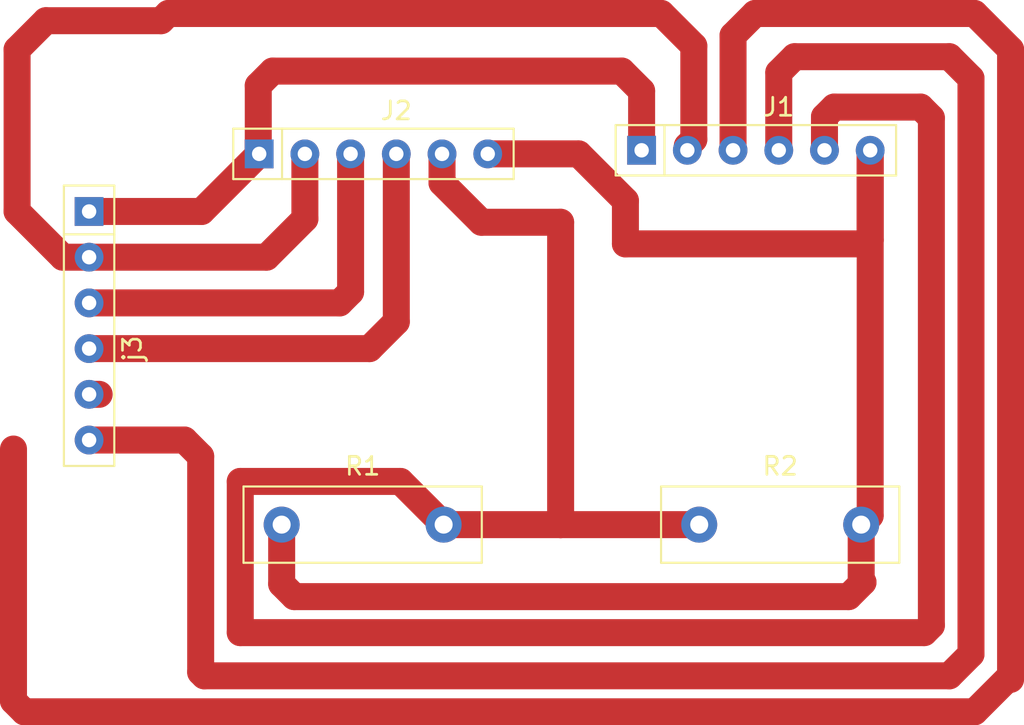
<source format=kicad_pcb>
(kicad_pcb (version 20211014) (generator pcbnew)
  (layers (0 "F.Cu" signal) (31 "B.Cu" signal) (34 "B.Paste" user) (35 "F.Paste" user) (36 "B.SilkS" user "B.Silkscreen") (37 "F.SilkS" user "F.Silkscreen") (38 "B.Mask" user) (39 "F.Mask" user) (44 "Edge.Cuts" user))
  (net 0 "")
  (net 1 "Net-(J1-Pad1)")
  (net 2 "Net-(J1-Pad2)")
  (net 3 "Net-(J1-Pad3)")
  (net 4 "Net-(J1-Pad4)")
  (net 5 "Net-(J1-Pad5)")
  (net 6 "Net-(J1-Pad6)")
  (net 7 "Net-(J2-Pad3)")
  (net 8 "Net-(J2-Pad4)")
  (footprint "Resistor_THT:R_Array_SIP6" (layer "F.Cu") (at 112.8 73.2 -90)
    (fp_text reference "j3" (at 7.62 -2.4 90) (layer "F.SilkS"))
    (fp_text value "a PC")
    (fp_line (start 14.14 1.4) (end 14.14 -1.4) (layer "F.SilkS") (width 0.12))
    (fp_line (start -1.44 1.4) (end 14.14 1.4) (layer "F.SilkS") (width 0.12))
    (fp_line (start 1.27 -1.4) (end 1.27 1.4) (layer "F.SilkS") (width 0.12))
    (fp_line (start -1.44 -1.4) (end -1.44 1.4) (layer "F.SilkS") (width 0.12))
    (fp_line (start 14.14 -1.4) (end -1.44 -1.4) (layer "F.SilkS") (width 0.12))
    (pad "1" thru_hole rect (at 0 0 270) (size 1.6 1.6) (drill 0.8) (layers *.Cu *.Mask) (net 1 "Net-(J1-Pad1)"))
    (pad "2" thru_hole oval (at 2.54 0 270) (size 1.6 1.6) (drill 0.8) (layers *.Cu *.Mask) (net 2 "Net-(J1-Pad2)"))
    (pad "3" thru_hole oval (at 5.08 0 270) (size 1.6 1.6) (drill 0.8) (layers *.Cu *.Mask) (net 7 "Net-(J2-Pad3)"))
    (pad "4" thru_hole oval (at 7.62 0 270) (size 1.6 1.6) (drill 0.8) (layers *.Cu *.Mask) (net 8 "Net-(J2-Pad4)"))
    (pad "5" thru_hole oval (at 10.16 0 270) (size 1.6 1.6) (drill 0.8) (layers *.Cu *.Mask) (net 3 "Net-(J1-Pad3)"))
    (pad "6" thru_hole oval (at 12.7 0 270) (size 1.6 1.6) (drill 0.8) (layers *.Cu *.Mask) (net 4 "Net-(J1-Pad4)"))
  )
  (footprint "Resistor_THT:R_Box_L13.0mm_W4.0mm_P9.00mm" (layer "F.Cu") (at 123.5 90.6)
    (fp_text reference "R1" (at 4.5 -3.25) (layer "F.SilkS"))
    (fp_text value "120")
    (fp_line (start -2.12 -2.12) (end 11.12 -2.12) (layer "F.SilkS") (width 0.12))
    (fp_line (start -2.12 -2.12) (end -2.12 2.12) (layer "F.SilkS") (width 0.12))
    (fp_line (start 11.12 -2.12) (end 11.12 2.12) (layer "F.SilkS") (width 0.12))
    (fp_line (start -2.12 2.12) (end 11.12 2.12) (layer "F.SilkS") (width 0.12))
    (pad "1" thru_hole circle (at 0 0) (size 2 2) (drill 1) (layers *.Cu *.Mask) (net 6 "Net-(J1-Pad6)"))
    (pad "2" thru_hole circle (at 9 0) (size 2 2) (drill 1) (layers *.Cu *.Mask) (net 5 "Net-(J1-Pad5)"))
  )
  (footprint "Resistor_THT:R_Box_L13.0mm_W4.0mm_P9.00mm" (layer "F.Cu") (at 146.7 90.6)
    (fp_text reference "R2" (at 4.5 -3.25) (layer "F.SilkS"))
    (fp_text value "120")
    (fp_line (start -2.12 -2.12) (end -2.12 2.12) (layer "F.SilkS") (width 0.12))
    (fp_line (start 11.12 -2.12) (end 11.12 2.12) (layer "F.SilkS") (width 0.12))
    (fp_line (start -2.12 2.12) (end 11.12 2.12) (layer "F.SilkS") (width 0.12))
    (fp_line (start -2.12 -2.12) (end 11.12 -2.12) (layer "F.SilkS") (width 0.12))
    (pad "1" thru_hole circle (at 0 0) (size 2 2) (drill 1) (layers *.Cu *.Mask) (net 5 "Net-(J1-Pad5)"))
    (pad "2" thru_hole circle (at 9 0) (size 2 2) (drill 1) (layers *.Cu *.Mask) (net 6 "Net-(J1-Pad6)"))
  )
  (footprint "Resistor_THT:R_Array_SIP6" (layer "F.Cu") (at 122.25 70)
    (fp_text reference "J2" (at 7.62 -2.4) (layer "F.SilkS"))
    (fp_text value "Can2")
    (fp_line (start 14.14 -1.4) (end -1.44 -1.4) (layer "F.SilkS") (width 0.12))
    (fp_line (start 1.27 -1.4) (end 1.27 1.4) (layer "F.SilkS") (width 0.12))
    (fp_line (start -1.44 1.4) (end 14.14 1.4) (layer "F.SilkS") (width 0.12))
    (fp_line (start -1.44 -1.4) (end -1.44 1.4) (layer "F.SilkS") (width 0.12))
    (fp_line (start 14.14 1.4) (end 14.14 -1.4) (layer "F.SilkS") (width 0.12))
    (pad "1" thru_hole rect (at 0 0) (size 1.6 1.6) (drill 0.8) (layers *.Cu *.Mask) (net 1 "Net-(J1-Pad1)"))
    (pad "2" thru_hole oval (at 2.54 0) (size 1.6 1.6) (drill 0.8) (layers *.Cu *.Mask) (net 2 "Net-(J1-Pad2)"))
    (pad "3" thru_hole oval (at 5.08 0) (size 1.6 1.6) (drill 0.8) (layers *.Cu *.Mask) (net 7 "Net-(J2-Pad3)"))
    (pad "4" thru_hole oval (at 7.62 0) (size 1.6 1.6) (drill 0.8) (layers *.Cu *.Mask) (net 8 "Net-(J2-Pad4)"))
    (pad "5" thru_hole oval (at 10.16 0) (size 1.6 1.6) (drill 0.8) (layers *.Cu *.Mask) (net 5 "Net-(J1-Pad5)"))
    (pad "6" thru_hole oval (at 12.7 0) (size 1.6 1.6) (drill 0.8) (layers *.Cu *.Mask) (net 6 "Net-(J1-Pad6)"))
  )
  (footprint "Resistor_THT:R_Array_SIP6" (layer "F.Cu") (at 143.5 69.8)
    (fp_text reference "J1" (at 7.62 -2.4) (layer "F.SilkS"))
    (fp_text value "Can1")
    (fp_line (start -1.44 1.4) (end 14.14 1.4) (layer "F.SilkS") (width 0.12))
    (fp_line (start 1.27 -1.4) (end 1.27 1.4) (layer "F.SilkS") (width 0.12))
    (fp_line (start 14.14 -1.4) (end -1.44 -1.4) (layer "F.SilkS") (width 0.12))
    (fp_line (start 14.14 1.4) (end 14.14 -1.4) (layer "F.SilkS") (width 0.12))
    (fp_line (start -1.44 -1.4) (end -1.44 1.4) (layer "F.SilkS") (width 0.12))
    (pad "1" thru_hole rect (at 0 0) (size 1.6 1.6) (drill 0.8) (layers *.Cu *.Mask) (net 1 "Net-(J1-Pad1)"))
    (pad "2" thru_hole oval (at 2.54 0) (size 1.6 1.6) (drill 0.8) (layers *.Cu *.Mask) (net 2 "Net-(J1-Pad2)"))
    (pad "3" thru_hole oval (at 5.08 0) (size 1.6 1.6) (drill 0.8) (layers *.Cu *.Mask) (net 3 "Net-(J1-Pad3)"))
    (pad "4" thru_hole oval (at 7.62 0) (size 1.6 1.6) (drill 0.8) (layers *.Cu *.Mask) (net 4 "Net-(J1-Pad4)"))
    (pad "5" thru_hole oval (at 10.16 0) (size 1.6 1.6) (drill 0.8) (layers *.Cu *.Mask) (net 5 "Net-(J1-Pad5)"))
    (pad "6" thru_hole oval (at 12.7 0) (size 1.6 1.6) (drill 0.8) (layers *.Cu *.Mask) (net 6 "Net-(J1-Pad6)"))
  )
  (segment (start 142.4 65.4) (end 123 65.4) (width 1.5) (layer "F.Cu") (net 1))
  (segment (start 143.5 66.5) (end 142.4 65.4) (width 1.5) (layer "F.Cu") (net 1))
  (segment (start 123 65.4) (end 122.2 66.2) (width 1.5) (layer "F.Cu") (net 1))
  (segment (start 143.5 69.8) (end 143.5 66.5) (width 1.5) (layer "F.Cu") (net 1))
  (segment (start 112.8 73.2) (end 119.05 73.2) (width 1.5) (layer "F.Cu") (net 1))
  (segment (start 119.05 73.2) (end 122.25 70) (width 1.5) (layer "F.Cu") (net 1))
  (segment (start 122.2 66.2) (end 122.2 69.95) (width 1.5) (layer "F.Cu") (net 1))
  (segment (start 122.2 69.95) (end 122.25 70) (width 1.5) (layer "F.Cu") (net 1))
  (segment (start 124.79 73.61) (end 124.79 70) (width 1.5) (layer "F.Cu") (net 2))
  (segment (start 117.2 62.2) (end 144.6 62.2) (width 1.5) (layer "F.Cu") (net 2))
  (segment (start 146.4 69.2) (end 146.04 69.56) (width 1.5) (layer "F.Cu") (net 2))
  (segment (start 112.8 75.74) (end 111.34 75.74) (width 1.5) (layer "F.Cu") (net 2))
  (segment (start 122.66 75.74) (end 124.79 73.61) (width 1.5) (layer "F.Cu") (net 2))
  (segment (start 112.8 75.74) (end 122.66 75.74) (width 1.5) (layer "F.Cu") (net 2))
  (segment (start 144.6 62.2) (end 146.4 64) (width 1.5) (layer "F.Cu") (net 2))
  (segment (start 108.8 64.2) (end 110.4 62.6) (width 1.5) (layer "F.Cu") (net 2))
  (segment (start 116.8 62.6) (end 117.2 62.2) (width 1.5) (layer "F.Cu") (net 2))
  (segment (start 108.8 73.2) (end 108.8 64.2) (width 1.5) (layer "F.Cu") (net 2))
  (segment (start 111.34 75.74) (end 108.8 73.2) (width 1.5) (layer "F.Cu") (net 2))
  (segment (start 146.4 64) (end 146.4 69.2) (width 1.5) (layer "F.Cu") (net 2))
  (segment (start 146.04 69.56) (end 146.04 69.8) (width 1.5) (layer "F.Cu") (net 2))
  (segment (start 110.4 62.6) (end 116.8 62.6) (width 1.5) (layer "F.Cu") (net 2))
  (segment (start 149.8 62.2) (end 162 62.2) (width 1.5) (layer "F.Cu") (net 3))
  (segment (start 148.58 63.42) (end 149.8 62.2) (width 1.5) (layer "F.Cu") (net 3))
  (segment (start 113.36 83.36) (end 112.8 83.36) (width 1.5) (layer "F.Cu") (net 3))
  (segment (start 162 62.2) (end 164 64.2) (width 1.5) (layer "F.Cu") (net 3))
  (segment (start 164 64.2) (end 164 99.2) (width 1.5) (layer "F.Cu") (net 3))
  (segment (start 108.6 100.4) (end 108.6 86.4) (width 1.5) (layer "F.Cu") (net 3))
  (segment (start 164 99) (end 162 101) (width 1.5) (layer "F.Cu") (net 3))
  (segment (start 109.2 101) (end 108.6 100.4) (width 1.5) (layer "F.Cu") (net 3))
  (segment (start 162 101) (end 109.2 101) (width 1.5) (layer "F.Cu") (net 3))
  (segment (start 148.58 69.8) (end 148.58 63.42) (width 1.5) (layer "F.Cu") (net 3))
  (segment (start 118.1 85.9) (end 119 86.8) (width 1.5) (layer "F.Cu") (net 4))
  (segment (start 161.8 97.8) (end 160.6 99) (width 1.5) (layer "F.Cu") (net 4))
  (segment (start 160.6 99) (end 119.2 99) (width 1.5) (layer "F.Cu") (net 4))
  (segment (start 151.12 69.8) (end 151.12 65.48) (width 1.5) (layer "F.Cu") (net 4))
  (segment (start 119.2 99) (end 119 98.8) (width 1.5) (layer "F.Cu") (net 4))
  (segment (start 160.6 64.6) (end 161.8 65.8) (width 1.5) (layer "F.Cu") (net 4))
  (segment (start 152 64.6) (end 160.6 64.6) (width 1.5) (layer "F.Cu") (net 4))
  (segment (start 112.8 85.9) (end 118.1 85.9) (width 1.5) (layer "F.Cu") (net 4))
  (segment (start 161.8 65.8) (end 161.8 97.8) (width 1.5) (layer "F.Cu") (net 4))
  (segment (start 151.12 65.48) (end 152 64.6) (width 1.5) (layer "F.Cu") (net 4))
  (segment (start 119 98.8) (end 119 86.8) (width 1.5) (layer "F.Cu") (net 4))
  (segment (start 153.66 69.8) (end 153.66 67.94) (width 1.5) (layer "F.Cu") (net 5))
  (segment (start 154.2 67.4) (end 159 67.4) (width 1.5) (layer "F.Cu") (net 5))
  (segment (start 121.2 96.6) (end 121.2 88.2) (width 1.5) (layer "F.Cu") (net 5))
  (segment (start 121.2 88.2) (end 130.1 88.2) (width 1.5) (layer "F.Cu") (net 5))
  (segment (start 134.6 73.8) (end 139 73.8) (width 1.5) (layer "F.Cu") (net 5))
  (segment (start 130.1 88.2) (end 132.5 90.6) (width 1.5) (layer "F.Cu") (net 5))
  (segment (start 153.66 67.94) (end 154.2 67.4) (width 1.5) (layer "F.Cu") (net 5))
  (segment (start 159 67.4) (end 159.6 68) (width 1.5) (layer "F.Cu") (net 5))
  (segment (start 139 90.6) (end 132.5 90.6) (width 1.5) (layer "F.Cu") (net 5))
  (segment (start 159.6 68) (end 159.6 96.2) (width 1.5) (layer "F.Cu") (net 5))
  (segment (start 159.2 96.6) (end 121.2 96.6) (width 1.5) (layer "F.Cu") (net 5))
  (segment (start 132.41 70) (end 132.41 71.61) (width 1.5) (layer "F.Cu") (net 5))
  (segment (start 159.6 96.2) (end 159.2 96.6) (width 1.5) (layer "F.Cu") (net 5))
  (segment (start 139 73.8) (end 139 90.6) (width 1.5) (layer "F.Cu") (net 5))
  (segment (start 132.41 71.61) (end 134.6 73.8) (width 1.5) (layer "F.Cu") (net 5))
  (segment (start 146.7 90.6) (end 139 90.6) (width 1.5) (layer "F.Cu") (net 5))
  (segment (start 155 94.6) (end 155.8 93.8) (width 1.5) (layer "F.Cu") (net 6))
  (segment (start 156 75) (end 156.2 74.8) (width 1.5) (layer "F.Cu") (net 6))
  (segment (start 124.2 94.6) (end 155 94.6) (width 1.5) (layer "F.Cu") (net 6))
  (segment (start 155.7 93.7) (end 155.7 90.6) (width 1.5) (layer "F.Cu") (net 6))
  (segment (start 156.2 90.1) (end 155.7 90.6) (width 1.5) (layer "F.Cu") (net 6))
  (segment (start 123.5 90.6) (end 123.5 93.9) (width 1.5) (layer "F.Cu") (net 6))
  (segment (start 123.5 93.9) (end 124.2 94.6) (width 1.5) (layer "F.Cu") (net 6))
  (segment (start 142.6 72.6) (end 142.6 75) (width 1.5) (layer "F.Cu") (net 6))
  (segment (start 155.8 93.8) (end 155.7 93.7) (width 1.5) (layer "F.Cu") (net 6))
  (segment (start 142.6 75) (end 156 75) (width 1.5) (layer "F.Cu") (net 6))
  (segment (start 140 70) (end 142.6 72.6) (width 1.5) (layer "F.Cu") (net 6))
  (segment (start 134.95 70) (end 140 70) (width 1.5) (layer "F.Cu") (net 6))
  (segment (start 156.2 74.8) (end 156.2 69.8) (width 1.5) (layer "F.Cu") (net 6))
  (segment (start 156.2 69.8) (end 156.2 90.1) (width 1.5) (layer "F.Cu") (net 6))
  (segment (start 126.72 78.28) (end 112.8 78.28) (width 1.5) (layer "F.Cu") (net 7))
  (segment (start 127.33 70) (end 127.33 77.67) (width 1.5) (layer "F.Cu") (net 7))
  (segment (start 127.33 77.67) (end 126.72 78.28) (width 1.5) (layer "F.Cu") (net 7))
  (segment (start 129.87 79.33) (end 128.38 80.82) (width 1.5) (layer "F.Cu") (net 8))
  (segment (start 128.38 80.82) (end 112.8 80.82) (width 1.5) (layer "F.Cu") (net 8))
  (segment (start 129.87 70) (end 129.87 79.33) (width 1.5) (layer "F.Cu") (net 8))
)
</source>
